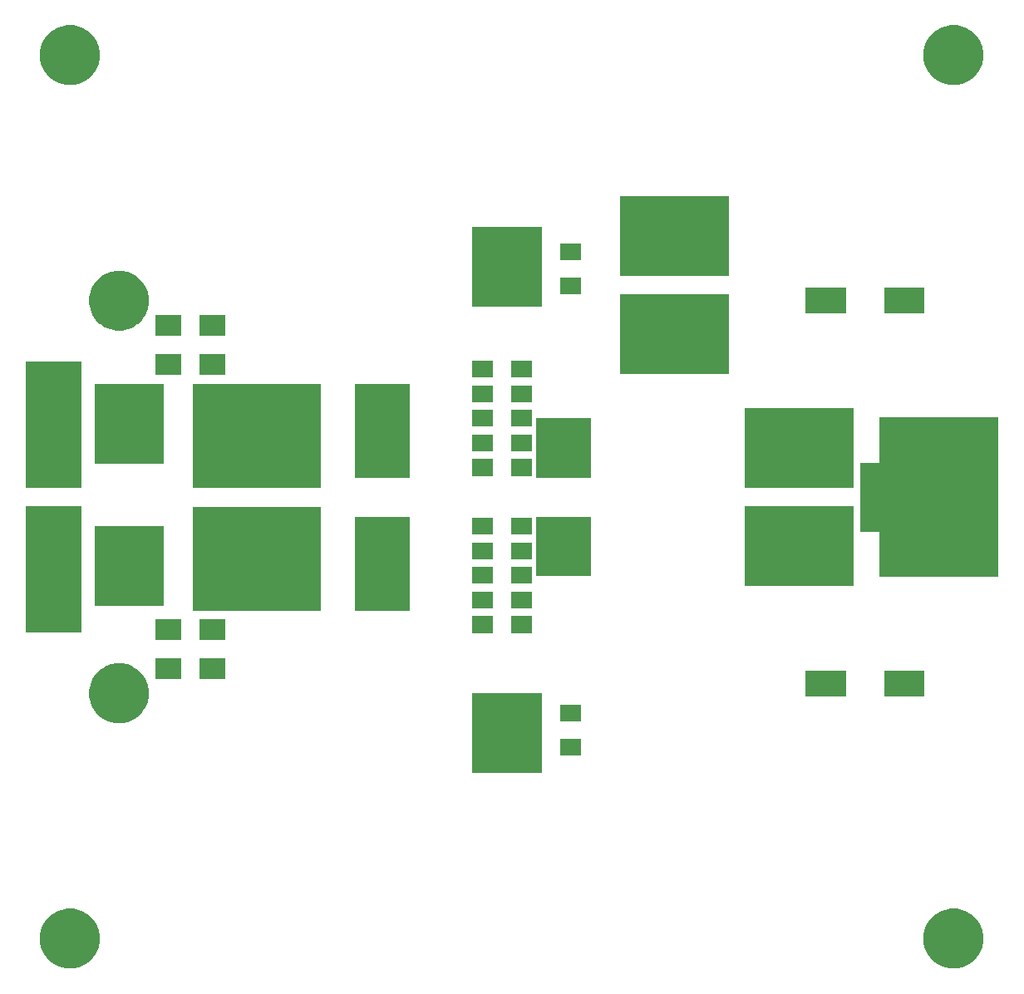
<source format=gbr>
%TF.GenerationSoftware,KiCad,Pcbnew,(5.1.4)-1*%
%TF.CreationDate,2019-12-10T14:49:21+08:00*%
%TF.ProjectId,RF_output,52465f6f-7574-4707-9574-2e6b69636164,rev?*%
%TF.SameCoordinates,Original*%
%TF.FileFunction,Soldermask,Top*%
%TF.FilePolarity,Negative*%
%FSLAX46Y46*%
G04 Gerber Fmt 4.6, Leading zero omitted, Abs format (unit mm)*
G04 Created by KiCad (PCBNEW (5.1.4)-1) date 2019-12-10 14:49:21*
%MOMM*%
%LPD*%
G04 APERTURE LIST*
%ADD10C,0.100000*%
%ADD11C,0.350000*%
G04 APERTURE END LIST*
D10*
G36*
X149500000Y-103500000D02*
G01*
X135500000Y-103500000D01*
X135500000Y-96500000D01*
X149500000Y-96500000D01*
X149500000Y-103500000D01*
G37*
X149500000Y-103500000D02*
X135500000Y-103500000D01*
X135500000Y-96500000D01*
X149500000Y-96500000D01*
X149500000Y-103500000D01*
G36*
X64500000Y-111000000D02*
G01*
X57500000Y-111000000D01*
X57500000Y-103000000D01*
X64500000Y-103000000D01*
X64500000Y-111000000D01*
G37*
X64500000Y-111000000D02*
X57500000Y-111000000D01*
X57500000Y-103000000D01*
X64500000Y-103000000D01*
X64500000Y-111000000D01*
G36*
X64500000Y-96500000D02*
G01*
X57500000Y-96500000D01*
X57500000Y-88500000D01*
X64500000Y-88500000D01*
X64500000Y-96500000D01*
G37*
X64500000Y-96500000D02*
X57500000Y-96500000D01*
X57500000Y-88500000D01*
X64500000Y-88500000D01*
X64500000Y-96500000D01*
G36*
X103000000Y-80500000D02*
G01*
X96000000Y-80500000D01*
X96000000Y-72500000D01*
X103000000Y-72500000D01*
X103000000Y-80500000D01*
G37*
X103000000Y-80500000D02*
X96000000Y-80500000D01*
X96000000Y-72500000D01*
X103000000Y-72500000D01*
X103000000Y-80500000D01*
G36*
X103000000Y-128000000D02*
G01*
X96000000Y-128000000D01*
X96000000Y-120000000D01*
X103000000Y-120000000D01*
X103000000Y-128000000D01*
G37*
X103000000Y-128000000D02*
X96000000Y-128000000D01*
X96000000Y-120000000D01*
X103000000Y-120000000D01*
X103000000Y-128000000D01*
G36*
X80500000Y-99000000D02*
G01*
X67500000Y-99000000D01*
X67500000Y-88500000D01*
X80500000Y-88500000D01*
X80500000Y-99000000D01*
G37*
X80500000Y-99000000D02*
X67500000Y-99000000D01*
X67500000Y-88500000D01*
X80500000Y-88500000D01*
X80500000Y-99000000D01*
G36*
X89500000Y-98000000D02*
G01*
X84000000Y-98000000D01*
X84000000Y-88500000D01*
X89500000Y-88500000D01*
X89500000Y-98000000D01*
G37*
X89500000Y-98000000D02*
X84000000Y-98000000D01*
X84000000Y-88500000D01*
X89500000Y-88500000D01*
X89500000Y-98000000D01*
G36*
X89500000Y-111500000D02*
G01*
X84000000Y-111500000D01*
X84000000Y-102000000D01*
X89500000Y-102000000D01*
X89500000Y-111500000D01*
G37*
X89500000Y-111500000D02*
X84000000Y-111500000D01*
X84000000Y-102000000D01*
X89500000Y-102000000D01*
X89500000Y-111500000D01*
G36*
X80500000Y-111500000D02*
G01*
X67500000Y-111500000D01*
X67500000Y-101000000D01*
X80500000Y-101000000D01*
X80500000Y-111500000D01*
G37*
X80500000Y-111500000D02*
X67500000Y-111500000D01*
X67500000Y-101000000D01*
X80500000Y-101000000D01*
X80500000Y-111500000D01*
G36*
X108000000Y-108000000D02*
G01*
X102500000Y-108000000D01*
X102500000Y-102000000D01*
X108000000Y-102000000D01*
X108000000Y-108000000D01*
G37*
X108000000Y-108000000D02*
X102500000Y-108000000D01*
X102500000Y-102000000D01*
X108000000Y-102000000D01*
X108000000Y-108000000D01*
G36*
X108000000Y-98000000D02*
G01*
X102500000Y-98000000D01*
X102500000Y-92000000D01*
X108000000Y-92000000D01*
X108000000Y-98000000D01*
G37*
X108000000Y-98000000D02*
X102500000Y-98000000D01*
X102500000Y-92000000D01*
X108000000Y-92000000D01*
X108000000Y-98000000D01*
D11*
G36*
X145889943Y-142066248D02*
G01*
X146445189Y-142296238D01*
X146617497Y-142411371D01*
X146944899Y-142630134D01*
X147369866Y-143055101D01*
X147369867Y-143055103D01*
X147703762Y-143554811D01*
X147933752Y-144110057D01*
X148051000Y-144699501D01*
X148051000Y-145300499D01*
X147933752Y-145889943D01*
X147703762Y-146445189D01*
X147641872Y-146537814D01*
X147369866Y-146944899D01*
X146944899Y-147369866D01*
X146870736Y-147419420D01*
X146445189Y-147703762D01*
X145889943Y-147933752D01*
X145300499Y-148051000D01*
X144699501Y-148051000D01*
X144110057Y-147933752D01*
X143554811Y-147703762D01*
X143129264Y-147419420D01*
X143055101Y-147369866D01*
X142630134Y-146944899D01*
X142358128Y-146537814D01*
X142296238Y-146445189D01*
X142066248Y-145889943D01*
X141949000Y-145300499D01*
X141949000Y-144699501D01*
X142066248Y-144110057D01*
X142296238Y-143554811D01*
X142630133Y-143055103D01*
X142630134Y-143055101D01*
X143055101Y-142630134D01*
X143382503Y-142411371D01*
X143554811Y-142296238D01*
X144110057Y-142066248D01*
X144699501Y-141949000D01*
X145300499Y-141949000D01*
X145889943Y-142066248D01*
X145889943Y-142066248D01*
G37*
G36*
X55889943Y-142066248D02*
G01*
X56445189Y-142296238D01*
X56617497Y-142411371D01*
X56944899Y-142630134D01*
X57369866Y-143055101D01*
X57369867Y-143055103D01*
X57703762Y-143554811D01*
X57933752Y-144110057D01*
X58051000Y-144699501D01*
X58051000Y-145300499D01*
X57933752Y-145889943D01*
X57703762Y-146445189D01*
X57641872Y-146537814D01*
X57369866Y-146944899D01*
X56944899Y-147369866D01*
X56870736Y-147419420D01*
X56445189Y-147703762D01*
X55889943Y-147933752D01*
X55300499Y-148051000D01*
X54699501Y-148051000D01*
X54110057Y-147933752D01*
X53554811Y-147703762D01*
X53129264Y-147419420D01*
X53055101Y-147369866D01*
X52630134Y-146944899D01*
X52358128Y-146537814D01*
X52296238Y-146445189D01*
X52066248Y-145889943D01*
X51949000Y-145300499D01*
X51949000Y-144699501D01*
X52066248Y-144110057D01*
X52296238Y-143554811D01*
X52630133Y-143055103D01*
X52630134Y-143055101D01*
X53055101Y-142630134D01*
X53382503Y-142411371D01*
X53554811Y-142296238D01*
X54110057Y-142066248D01*
X54699501Y-141949000D01*
X55300499Y-141949000D01*
X55889943Y-142066248D01*
X55889943Y-142066248D01*
G37*
G36*
X103051000Y-126351000D02*
G01*
X100949000Y-126351000D01*
X100949000Y-124649000D01*
X103051000Y-124649000D01*
X103051000Y-126351000D01*
X103051000Y-126351000D01*
G37*
G36*
X107051000Y-126351000D02*
G01*
X104949000Y-126351000D01*
X104949000Y-124649000D01*
X107051000Y-124649000D01*
X107051000Y-126351000D01*
X107051000Y-126351000D01*
G37*
G36*
X60889943Y-117066248D02*
G01*
X61445189Y-117296238D01*
X61617497Y-117411371D01*
X61944899Y-117630134D01*
X62369866Y-118055101D01*
X62369867Y-118055103D01*
X62703762Y-118554811D01*
X62933752Y-119110057D01*
X63051000Y-119699501D01*
X63051000Y-120300499D01*
X62933752Y-120889943D01*
X62703762Y-121445189D01*
X62641872Y-121537814D01*
X62369866Y-121944899D01*
X61944899Y-122369866D01*
X61870736Y-122419420D01*
X61445189Y-122703762D01*
X60889943Y-122933752D01*
X60300499Y-123051000D01*
X59699501Y-123051000D01*
X59110057Y-122933752D01*
X58554811Y-122703762D01*
X58129264Y-122419420D01*
X58055101Y-122369866D01*
X57630134Y-121944899D01*
X57358128Y-121537814D01*
X57296238Y-121445189D01*
X57066248Y-120889943D01*
X56949000Y-120300499D01*
X56949000Y-119699501D01*
X57066248Y-119110057D01*
X57296238Y-118554811D01*
X57630133Y-118055103D01*
X57630134Y-118055101D01*
X58055101Y-117630134D01*
X58382503Y-117411371D01*
X58554811Y-117296238D01*
X59110057Y-117066248D01*
X59699501Y-116949000D01*
X60300499Y-116949000D01*
X60889943Y-117066248D01*
X60889943Y-117066248D01*
G37*
G36*
X103051000Y-122851000D02*
G01*
X100949000Y-122851000D01*
X100949000Y-121149000D01*
X103051000Y-121149000D01*
X103051000Y-122851000D01*
X103051000Y-122851000D01*
G37*
G36*
X107051000Y-122851000D02*
G01*
X104949000Y-122851000D01*
X104949000Y-121149000D01*
X107051000Y-121149000D01*
X107051000Y-122851000D01*
X107051000Y-122851000D01*
G37*
G36*
X134051000Y-120301000D02*
G01*
X129949000Y-120301000D01*
X129949000Y-117699000D01*
X134051000Y-117699000D01*
X134051000Y-120301000D01*
X134051000Y-120301000D01*
G37*
G36*
X142051000Y-120301000D02*
G01*
X137949000Y-120301000D01*
X137949000Y-117699000D01*
X142051000Y-117699000D01*
X142051000Y-120301000D01*
X142051000Y-120301000D01*
G37*
G36*
X70801000Y-118551000D02*
G01*
X68199000Y-118551000D01*
X68199000Y-116449000D01*
X70801000Y-116449000D01*
X70801000Y-118551000D01*
X70801000Y-118551000D01*
G37*
G36*
X66301000Y-118551000D02*
G01*
X63699000Y-118551000D01*
X63699000Y-116449000D01*
X66301000Y-116449000D01*
X66301000Y-118551000D01*
X66301000Y-118551000D01*
G37*
G36*
X66301000Y-114551000D02*
G01*
X63699000Y-114551000D01*
X63699000Y-112449000D01*
X66301000Y-112449000D01*
X66301000Y-114551000D01*
X66301000Y-114551000D01*
G37*
G36*
X70801000Y-114551000D02*
G01*
X68199000Y-114551000D01*
X68199000Y-112449000D01*
X70801000Y-112449000D01*
X70801000Y-114551000D01*
X70801000Y-114551000D01*
G37*
G36*
X98051000Y-113851000D02*
G01*
X95949000Y-113851000D01*
X95949000Y-112149000D01*
X98051000Y-112149000D01*
X98051000Y-113851000D01*
X98051000Y-113851000D01*
G37*
G36*
X102051000Y-113851000D02*
G01*
X99949000Y-113851000D01*
X99949000Y-112149000D01*
X102051000Y-112149000D01*
X102051000Y-113851000D01*
X102051000Y-113851000D01*
G37*
G36*
X56141000Y-113817000D02*
G01*
X50539000Y-113817000D01*
X50539000Y-100915000D01*
X56141000Y-100915000D01*
X56141000Y-113817000D01*
X56141000Y-113817000D01*
G37*
G36*
X98051000Y-111351000D02*
G01*
X95949000Y-111351000D01*
X95949000Y-109649000D01*
X98051000Y-109649000D01*
X98051000Y-111351000D01*
X98051000Y-111351000D01*
G37*
G36*
X102051000Y-111351000D02*
G01*
X99949000Y-111351000D01*
X99949000Y-109649000D01*
X102051000Y-109649000D01*
X102051000Y-111351000D01*
X102051000Y-111351000D01*
G37*
G36*
X134837000Y-109051000D02*
G01*
X123735000Y-109051000D01*
X123735000Y-100949000D01*
X134837000Y-100949000D01*
X134837000Y-109051000D01*
X134837000Y-109051000D01*
G37*
G36*
X102051000Y-108851000D02*
G01*
X99949000Y-108851000D01*
X99949000Y-107149000D01*
X102051000Y-107149000D01*
X102051000Y-108851000D01*
X102051000Y-108851000D01*
G37*
G36*
X98051000Y-108851000D02*
G01*
X95949000Y-108851000D01*
X95949000Y-107149000D01*
X98051000Y-107149000D01*
X98051000Y-108851000D01*
X98051000Y-108851000D01*
G37*
G36*
X149551000Y-108151000D02*
G01*
X137449000Y-108151000D01*
X137449000Y-103049000D01*
X149551000Y-103049000D01*
X149551000Y-108151000D01*
X149551000Y-108151000D01*
G37*
G36*
X102051000Y-106351000D02*
G01*
X99949000Y-106351000D01*
X99949000Y-104649000D01*
X102051000Y-104649000D01*
X102051000Y-106351000D01*
X102051000Y-106351000D01*
G37*
G36*
X98051000Y-106351000D02*
G01*
X95949000Y-106351000D01*
X95949000Y-104649000D01*
X98051000Y-104649000D01*
X98051000Y-106351000D01*
X98051000Y-106351000D01*
G37*
G36*
X98081000Y-103851000D02*
G01*
X95979000Y-103851000D01*
X95979000Y-102149000D01*
X98081000Y-102149000D01*
X98081000Y-103851000D01*
X98081000Y-103851000D01*
G37*
G36*
X102081000Y-103851000D02*
G01*
X99979000Y-103851000D01*
X99979000Y-102149000D01*
X102081000Y-102149000D01*
X102081000Y-103851000D01*
X102081000Y-103851000D01*
G37*
G36*
X145551000Y-101301000D02*
G01*
X137449000Y-101301000D01*
X137449000Y-98699000D01*
X145551000Y-98699000D01*
X145551000Y-101301000D01*
X145551000Y-101301000D01*
G37*
G36*
X56141000Y-99085000D02*
G01*
X50539000Y-99085000D01*
X50539000Y-86183000D01*
X56141000Y-86183000D01*
X56141000Y-99085000D01*
X56141000Y-99085000D01*
G37*
G36*
X134837000Y-99051000D02*
G01*
X123735000Y-99051000D01*
X123735000Y-90949000D01*
X134837000Y-90949000D01*
X134837000Y-99051000D01*
X134837000Y-99051000D01*
G37*
G36*
X102051000Y-97851000D02*
G01*
X99949000Y-97851000D01*
X99949000Y-96149000D01*
X102051000Y-96149000D01*
X102051000Y-97851000D01*
X102051000Y-97851000D01*
G37*
G36*
X98051000Y-97851000D02*
G01*
X95949000Y-97851000D01*
X95949000Y-96149000D01*
X98051000Y-96149000D01*
X98051000Y-97851000D01*
X98051000Y-97851000D01*
G37*
G36*
X149551000Y-96951000D02*
G01*
X140425999Y-96951000D01*
X140401613Y-96953402D01*
X140378164Y-96960515D01*
X140356553Y-96972066D01*
X140337611Y-96987611D01*
X140322066Y-97006553D01*
X140310515Y-97028164D01*
X140303588Y-97051000D01*
X137696412Y-97051000D01*
X137689485Y-97028164D01*
X137677934Y-97006553D01*
X137662389Y-96987611D01*
X137643447Y-96972066D01*
X137621836Y-96960515D01*
X137598387Y-96953402D01*
X137574001Y-96951000D01*
X137449000Y-96951000D01*
X137449000Y-91849000D01*
X149551000Y-91849000D01*
X149551000Y-96951000D01*
X149551000Y-96951000D01*
G37*
G36*
X98051000Y-95351000D02*
G01*
X95949000Y-95351000D01*
X95949000Y-93649000D01*
X98051000Y-93649000D01*
X98051000Y-95351000D01*
X98051000Y-95351000D01*
G37*
G36*
X102051000Y-95351000D02*
G01*
X99949000Y-95351000D01*
X99949000Y-93649000D01*
X102051000Y-93649000D01*
X102051000Y-95351000D01*
X102051000Y-95351000D01*
G37*
G36*
X98051000Y-92851000D02*
G01*
X95949000Y-92851000D01*
X95949000Y-91149000D01*
X98051000Y-91149000D01*
X98051000Y-92851000D01*
X98051000Y-92851000D01*
G37*
G36*
X102051000Y-92851000D02*
G01*
X99949000Y-92851000D01*
X99949000Y-91149000D01*
X102051000Y-91149000D01*
X102051000Y-92851000D01*
X102051000Y-92851000D01*
G37*
G36*
X98051000Y-90351000D02*
G01*
X95949000Y-90351000D01*
X95949000Y-88649000D01*
X98051000Y-88649000D01*
X98051000Y-90351000D01*
X98051000Y-90351000D01*
G37*
G36*
X102051000Y-90351000D02*
G01*
X99949000Y-90351000D01*
X99949000Y-88649000D01*
X102051000Y-88649000D01*
X102051000Y-90351000D01*
X102051000Y-90351000D01*
G37*
G36*
X102051000Y-87851000D02*
G01*
X99949000Y-87851000D01*
X99949000Y-86149000D01*
X102051000Y-86149000D01*
X102051000Y-87851000D01*
X102051000Y-87851000D01*
G37*
G36*
X98051000Y-87851000D02*
G01*
X95949000Y-87851000D01*
X95949000Y-86149000D01*
X98051000Y-86149000D01*
X98051000Y-87851000D01*
X98051000Y-87851000D01*
G37*
G36*
X66301000Y-87551000D02*
G01*
X63699000Y-87551000D01*
X63699000Y-85449000D01*
X66301000Y-85449000D01*
X66301000Y-87551000D01*
X66301000Y-87551000D01*
G37*
G36*
X70801000Y-87551000D02*
G01*
X68199000Y-87551000D01*
X68199000Y-85449000D01*
X70801000Y-85449000D01*
X70801000Y-87551000D01*
X70801000Y-87551000D01*
G37*
G36*
X122137000Y-87457000D02*
G01*
X111035000Y-87457000D01*
X111035000Y-79355000D01*
X122137000Y-79355000D01*
X122137000Y-87457000D01*
X122137000Y-87457000D01*
G37*
G36*
X66301000Y-83551000D02*
G01*
X63699000Y-83551000D01*
X63699000Y-81449000D01*
X66301000Y-81449000D01*
X66301000Y-83551000D01*
X66301000Y-83551000D01*
G37*
G36*
X70801000Y-83551000D02*
G01*
X68199000Y-83551000D01*
X68199000Y-81449000D01*
X70801000Y-81449000D01*
X70801000Y-83551000D01*
X70801000Y-83551000D01*
G37*
G36*
X60889943Y-77066248D02*
G01*
X61445189Y-77296238D01*
X61617497Y-77411371D01*
X61944899Y-77630134D01*
X62369866Y-78055101D01*
X62369867Y-78055103D01*
X62703762Y-78554811D01*
X62933752Y-79110057D01*
X63051000Y-79699501D01*
X63051000Y-80300499D01*
X62933752Y-80889943D01*
X62703762Y-81445189D01*
X62641872Y-81537814D01*
X62369866Y-81944899D01*
X61944899Y-82369866D01*
X61870736Y-82419420D01*
X61445189Y-82703762D01*
X60889943Y-82933752D01*
X60300499Y-83051000D01*
X59699501Y-83051000D01*
X59110057Y-82933752D01*
X58554811Y-82703762D01*
X58129264Y-82419420D01*
X58055101Y-82369866D01*
X57630134Y-81944899D01*
X57358128Y-81537814D01*
X57296238Y-81445189D01*
X57066248Y-80889943D01*
X56949000Y-80300499D01*
X56949000Y-79699501D01*
X57066248Y-79110057D01*
X57296238Y-78554811D01*
X57630133Y-78055103D01*
X57630134Y-78055101D01*
X58055101Y-77630134D01*
X58382503Y-77411371D01*
X58554811Y-77296238D01*
X59110057Y-77066248D01*
X59699501Y-76949000D01*
X60300499Y-76949000D01*
X60889943Y-77066248D01*
X60889943Y-77066248D01*
G37*
G36*
X142051000Y-81301000D02*
G01*
X137949000Y-81301000D01*
X137949000Y-78699000D01*
X142051000Y-78699000D01*
X142051000Y-81301000D01*
X142051000Y-81301000D01*
G37*
G36*
X134051000Y-81301000D02*
G01*
X129949000Y-81301000D01*
X129949000Y-78699000D01*
X134051000Y-78699000D01*
X134051000Y-81301000D01*
X134051000Y-81301000D01*
G37*
G36*
X107051000Y-79351000D02*
G01*
X104949000Y-79351000D01*
X104949000Y-77649000D01*
X107051000Y-77649000D01*
X107051000Y-79351000D01*
X107051000Y-79351000D01*
G37*
G36*
X103051000Y-79351000D02*
G01*
X100949000Y-79351000D01*
X100949000Y-77649000D01*
X103051000Y-77649000D01*
X103051000Y-79351000D01*
X103051000Y-79351000D01*
G37*
G36*
X122137000Y-77457000D02*
G01*
X111035000Y-77457000D01*
X111035000Y-69355000D01*
X122137000Y-69355000D01*
X122137000Y-77457000D01*
X122137000Y-77457000D01*
G37*
G36*
X103051000Y-75851000D02*
G01*
X100949000Y-75851000D01*
X100949000Y-74149000D01*
X103051000Y-74149000D01*
X103051000Y-75851000D01*
X103051000Y-75851000D01*
G37*
G36*
X107051000Y-75851000D02*
G01*
X104949000Y-75851000D01*
X104949000Y-74149000D01*
X107051000Y-74149000D01*
X107051000Y-75851000D01*
X107051000Y-75851000D01*
G37*
G36*
X145889943Y-52066248D02*
G01*
X146445189Y-52296238D01*
X146617497Y-52411371D01*
X146944899Y-52630134D01*
X147369866Y-53055101D01*
X147369867Y-53055103D01*
X147703762Y-53554811D01*
X147933752Y-54110057D01*
X148051000Y-54699501D01*
X148051000Y-55300499D01*
X147933752Y-55889943D01*
X147703762Y-56445189D01*
X147641872Y-56537814D01*
X147369866Y-56944899D01*
X146944899Y-57369866D01*
X146870736Y-57419420D01*
X146445189Y-57703762D01*
X145889943Y-57933752D01*
X145300499Y-58051000D01*
X144699501Y-58051000D01*
X144110057Y-57933752D01*
X143554811Y-57703762D01*
X143129264Y-57419420D01*
X143055101Y-57369866D01*
X142630134Y-56944899D01*
X142358128Y-56537814D01*
X142296238Y-56445189D01*
X142066248Y-55889943D01*
X141949000Y-55300499D01*
X141949000Y-54699501D01*
X142066248Y-54110057D01*
X142296238Y-53554811D01*
X142630133Y-53055103D01*
X142630134Y-53055101D01*
X143055101Y-52630134D01*
X143382503Y-52411371D01*
X143554811Y-52296238D01*
X144110057Y-52066248D01*
X144699501Y-51949000D01*
X145300499Y-51949000D01*
X145889943Y-52066248D01*
X145889943Y-52066248D01*
G37*
G36*
X55889943Y-52066248D02*
G01*
X56445189Y-52296238D01*
X56617497Y-52411371D01*
X56944899Y-52630134D01*
X57369866Y-53055101D01*
X57369867Y-53055103D01*
X57703762Y-53554811D01*
X57933752Y-54110057D01*
X58051000Y-54699501D01*
X58051000Y-55300499D01*
X57933752Y-55889943D01*
X57703762Y-56445189D01*
X57641872Y-56537814D01*
X57369866Y-56944899D01*
X56944899Y-57369866D01*
X56870736Y-57419420D01*
X56445189Y-57703762D01*
X55889943Y-57933752D01*
X55300499Y-58051000D01*
X54699501Y-58051000D01*
X54110057Y-57933752D01*
X53554811Y-57703762D01*
X53129264Y-57419420D01*
X53055101Y-57369866D01*
X52630134Y-56944899D01*
X52358128Y-56537814D01*
X52296238Y-56445189D01*
X52066248Y-55889943D01*
X51949000Y-55300499D01*
X51949000Y-54699501D01*
X52066248Y-54110057D01*
X52296238Y-53554811D01*
X52630133Y-53055103D01*
X52630134Y-53055101D01*
X53055101Y-52630134D01*
X53382503Y-52411371D01*
X53554811Y-52296238D01*
X54110057Y-52066248D01*
X54699501Y-51949000D01*
X55300499Y-51949000D01*
X55889943Y-52066248D01*
X55889943Y-52066248D01*
G37*
M02*

</source>
